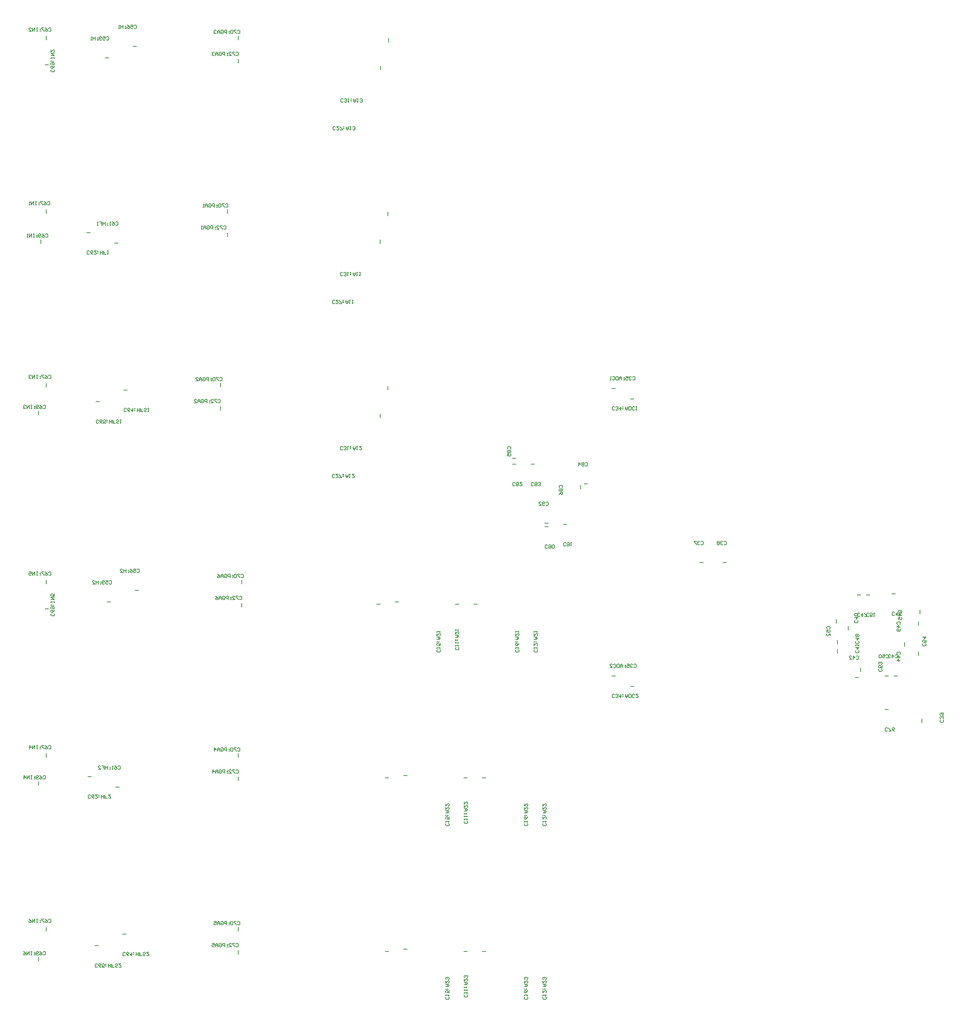
<source format=gbo>
%FSLAX24Y24*%
%MOIN*%
G70*
G01*
G75*
G04 Layer_Color=32896*
%ADD10R,0.0591X0.0906*%
%ADD11R,0.0787X0.0866*%
%ADD12R,0.0866X0.0787*%
%ADD13R,0.0394X0.0433*%
%ADD14R,0.0433X0.0394*%
%ADD15R,0.0236X0.0866*%
%ADD16O,0.0480X0.0169*%
%ADD17R,0.0480X0.0169*%
%ADD18R,0.0787X0.0472*%
%ADD19R,0.0512X0.0591*%
%ADD20R,0.0866X0.0236*%
%ADD21R,0.0866X0.0236*%
%ADD22R,0.0591X0.0512*%
%ADD23R,0.0630X0.0709*%
%ADD24R,0.0610X0.0236*%
%ADD25R,0.0409X0.0150*%
%ADD26O,0.0409X0.0150*%
%ADD27R,0.0709X0.0630*%
%ADD28R,0.0630X0.0118*%
%ADD29R,0.0630X0.0118*%
%ADD30R,0.1417X0.0315*%
%ADD31R,0.1240X0.1360*%
%ADD32R,0.0315X0.1417*%
%ADD33R,0.0610X0.0157*%
%ADD34R,0.0591X0.0138*%
%ADD35R,0.0571X0.0118*%
%ADD36R,0.0118X0.0630*%
%ADD37R,0.0807X0.0236*%
%ADD38R,0.0150X0.0600*%
%ADD39R,0.1010X0.0620*%
%ADD40R,0.2560X0.0360*%
%ADD41R,0.0775X0.0620*%
%ADD42C,0.0160*%
%ADD43C,0.0100*%
%ADD44C,0.0200*%
%ADD45C,0.0500*%
%ADD46C,0.0591*%
%ADD47R,0.0591X0.0591*%
%ADD48C,0.0866*%
%ADD49C,0.1575*%
%ADD50C,0.0700*%
%ADD51C,0.0750*%
%ADD52C,0.0500*%
%ADD53C,0.0200*%
%ADD54C,0.0350*%
%ADD55C,0.0250*%
%ADD56C,0.0098*%
%ADD57C,0.0070*%
%ADD58C,0.0079*%
%ADD59C,0.0039*%
%ADD60C,0.0080*%
%ADD61C,0.0280*%
D57*
X50833Y77300D02*
X50883Y77350D01*
X50983D01*
X51033Y77300D01*
Y77100D01*
X50983Y77050D01*
X50883D01*
X50833Y77100D01*
X50733Y77350D02*
X50533D01*
Y77300D01*
X50733Y77100D01*
Y77050D01*
X50233D02*
X50433D01*
X50233Y77250D01*
Y77300D01*
X50283Y77350D01*
X50383D01*
X50433Y77300D01*
X50133Y77250D02*
X50083D01*
Y77200D01*
X50133D01*
Y77250D01*
Y77100D02*
X50083D01*
Y77050D01*
X50133D01*
Y77100D01*
X49883Y77050D02*
Y77350D01*
X49733D01*
X49683Y77300D01*
Y77200D01*
X49733Y77150D01*
X49883D01*
X49383Y77300D02*
X49433Y77350D01*
X49533D01*
X49583Y77300D01*
Y77100D01*
X49533Y77050D01*
X49433D01*
X49383Y77100D01*
Y77200D01*
X49483D01*
X49283Y77050D02*
Y77250D01*
X49183Y77350D01*
X49083Y77250D01*
Y77050D01*
Y77200D01*
X49283D01*
X48783Y77350D02*
X48883Y77300D01*
X48983Y77200D01*
Y77100D01*
X48933Y77050D01*
X48833D01*
X48783Y77100D01*
Y77150D01*
X48833Y77200D01*
X48983D01*
X50533Y47300D02*
X50583Y47350D01*
X50683D01*
X50733Y47300D01*
Y47100D01*
X50683Y47050D01*
X50583D01*
X50533Y47100D01*
X50433Y47350D02*
X50233D01*
Y47300D01*
X50433Y47100D01*
Y47050D01*
X49933D02*
X50133D01*
X49933Y47250D01*
Y47300D01*
X49983Y47350D01*
X50083D01*
X50133Y47300D01*
X49833Y47250D02*
X49783D01*
Y47200D01*
X49833D01*
Y47250D01*
Y47100D02*
X49783D01*
Y47050D01*
X49833D01*
Y47100D01*
X49583Y47050D02*
Y47350D01*
X49433D01*
X49383Y47300D01*
Y47200D01*
X49433Y47150D01*
X49583D01*
X49083Y47300D02*
X49133Y47350D01*
X49233D01*
X49283Y47300D01*
Y47100D01*
X49233Y47050D01*
X49133D01*
X49083Y47100D01*
Y47200D01*
X49183D01*
X48983Y47050D02*
Y47250D01*
X48883Y47350D01*
X48783Y47250D01*
Y47050D01*
Y47200D01*
X48983D01*
X48483Y47350D02*
X48683D01*
Y47200D01*
X48583Y47250D01*
X48533D01*
X48483Y47200D01*
Y47100D01*
X48533Y47050D01*
X48633D01*
X48683Y47100D01*
X50533Y62300D02*
X50583Y62350D01*
X50683D01*
X50733Y62300D01*
Y62100D01*
X50683Y62050D01*
X50583D01*
X50533Y62100D01*
X50433Y62350D02*
X50233D01*
Y62300D01*
X50433Y62100D01*
Y62050D01*
X49933D02*
X50133D01*
X49933Y62250D01*
Y62300D01*
X49983Y62350D01*
X50083D01*
X50133Y62300D01*
X49833Y62250D02*
X49783D01*
Y62200D01*
X49833D01*
Y62250D01*
Y62100D02*
X49783D01*
Y62050D01*
X49833D01*
Y62100D01*
X49583Y62050D02*
Y62350D01*
X49433D01*
X49383Y62300D01*
Y62200D01*
X49433Y62150D01*
X49583D01*
X49083Y62300D02*
X49133Y62350D01*
X49233D01*
X49283Y62300D01*
Y62100D01*
X49233Y62050D01*
X49133D01*
X49083Y62100D01*
Y62200D01*
X49183D01*
X48983Y62050D02*
Y62250D01*
X48883Y62350D01*
X48783Y62250D01*
Y62050D01*
Y62200D01*
X48983D01*
X48533Y62050D02*
Y62350D01*
X48683Y62200D01*
X48483D01*
X48983Y94300D02*
X49033Y94350D01*
X49133D01*
X49183Y94300D01*
Y94100D01*
X49133Y94050D01*
X49033D01*
X48983Y94100D01*
X48883Y94350D02*
X48683D01*
Y94300D01*
X48883Y94100D01*
Y94050D01*
X48383D02*
X48583D01*
X48383Y94250D01*
Y94300D01*
X48433Y94350D01*
X48533D01*
X48583Y94300D01*
X48283Y94250D02*
X48233D01*
Y94200D01*
X48283D01*
Y94250D01*
Y94100D02*
X48233D01*
Y94050D01*
X48283D01*
Y94100D01*
X48033Y94050D02*
Y94350D01*
X47883D01*
X47833Y94300D01*
Y94200D01*
X47883Y94150D01*
X48033D01*
X47533Y94300D02*
X47583Y94350D01*
X47683D01*
X47733Y94300D01*
Y94100D01*
X47683Y94050D01*
X47583D01*
X47533Y94100D01*
Y94200D01*
X47633D01*
X47433Y94050D02*
Y94250D01*
X47333Y94350D01*
X47233Y94250D01*
Y94050D01*
Y94200D01*
X47433D01*
X46933Y94050D02*
X47133D01*
X46933Y94250D01*
Y94300D01*
X46983Y94350D01*
X47083D01*
X47133Y94300D01*
X49483Y109300D02*
X49533Y109350D01*
X49633D01*
X49683Y109300D01*
Y109100D01*
X49633Y109050D01*
X49533D01*
X49483Y109100D01*
X49383Y109350D02*
X49183D01*
Y109300D01*
X49383Y109100D01*
Y109050D01*
X48883D02*
X49083D01*
X48883Y109250D01*
Y109300D01*
X48933Y109350D01*
X49033D01*
X49083Y109300D01*
X48783Y109250D02*
X48733D01*
Y109200D01*
X48783D01*
Y109250D01*
Y109100D02*
X48733D01*
Y109050D01*
X48783D01*
Y109100D01*
X48533Y109050D02*
Y109350D01*
X48383D01*
X48333Y109300D01*
Y109200D01*
X48383Y109150D01*
X48533D01*
X48033Y109300D02*
X48083Y109350D01*
X48183D01*
X48233Y109300D01*
Y109100D01*
X48183Y109050D01*
X48083D01*
X48033Y109100D01*
Y109200D01*
X48133D01*
X47933Y109050D02*
Y109250D01*
X47833Y109350D01*
X47733Y109250D01*
Y109050D01*
Y109200D01*
X47933D01*
X47633Y109050D02*
X47533D01*
X47583D01*
Y109350D01*
X47633Y109300D01*
X50978Y79205D02*
X51028Y79255D01*
X51128D01*
X51178Y79205D01*
Y79005D01*
X51128Y78955D01*
X51028D01*
X50978Y79005D01*
X50878Y79255D02*
X50678D01*
Y79205D01*
X50878Y79005D01*
Y78955D01*
X50578Y79205D02*
X50528Y79255D01*
X50428D01*
X50378Y79205D01*
Y79005D01*
X50428Y78955D01*
X50528D01*
X50578Y79005D01*
Y79205D01*
X50278Y79155D02*
X50228D01*
Y79105D01*
X50278D01*
Y79155D01*
Y79005D02*
X50228D01*
Y78955D01*
X50278D01*
Y79005D01*
X50028Y78955D02*
Y79255D01*
X49878D01*
X49828Y79205D01*
Y79105D01*
X49878Y79055D01*
X50028D01*
X49528Y79205D02*
X49578Y79255D01*
X49678D01*
X49728Y79205D01*
Y79005D01*
X49678Y78955D01*
X49578D01*
X49528Y79005D01*
Y79105D01*
X49628D01*
X49428Y78955D02*
Y79155D01*
X49328Y79255D01*
X49228Y79155D01*
Y78955D01*
Y79105D01*
X49428D01*
X48928Y79255D02*
X49028Y79205D01*
X49128Y79105D01*
Y79005D01*
X49078Y78955D01*
X48978D01*
X48928Y79005D01*
Y79055D01*
X48978Y79105D01*
X49128D01*
X50678Y49205D02*
X50728Y49255D01*
X50828D01*
X50878Y49205D01*
Y49005D01*
X50828Y48955D01*
X50728D01*
X50678Y49005D01*
X50578Y49255D02*
X50378D01*
Y49205D01*
X50578Y49005D01*
Y48955D01*
X50278Y49205D02*
X50228Y49255D01*
X50128D01*
X50078Y49205D01*
Y49005D01*
X50128Y48955D01*
X50228D01*
X50278Y49005D01*
Y49205D01*
X49978Y49155D02*
X49928D01*
Y49105D01*
X49978D01*
Y49155D01*
Y49005D02*
X49928D01*
Y48955D01*
X49978D01*
Y49005D01*
X49728Y48955D02*
Y49255D01*
X49578D01*
X49528Y49205D01*
Y49105D01*
X49578Y49055D01*
X49728D01*
X49228Y49205D02*
X49278Y49255D01*
X49378D01*
X49428Y49205D01*
Y49005D01*
X49378Y48955D01*
X49278D01*
X49228Y49005D01*
Y49105D01*
X49328D01*
X49128Y48955D02*
Y49155D01*
X49028Y49255D01*
X48928Y49155D01*
Y48955D01*
Y49105D01*
X49128D01*
X48628Y49255D02*
X48828D01*
Y49105D01*
X48728Y49155D01*
X48678D01*
X48628Y49105D01*
Y49005D01*
X48678Y48955D01*
X48778D01*
X48828Y49005D01*
X50678Y64205D02*
X50728Y64255D01*
X50828D01*
X50878Y64205D01*
Y64005D01*
X50828Y63955D01*
X50728D01*
X50678Y64005D01*
X50578Y64255D02*
X50378D01*
Y64205D01*
X50578Y64005D01*
Y63955D01*
X50278Y64205D02*
X50228Y64255D01*
X50128D01*
X50078Y64205D01*
Y64005D01*
X50128Y63955D01*
X50228D01*
X50278Y64005D01*
Y64205D01*
X49978Y64155D02*
X49928D01*
Y64105D01*
X49978D01*
Y64155D01*
Y64005D02*
X49928D01*
Y63955D01*
X49978D01*
Y64005D01*
X49728Y63955D02*
Y64255D01*
X49578D01*
X49528Y64205D01*
Y64105D01*
X49578Y64055D01*
X49728D01*
X49228Y64205D02*
X49278Y64255D01*
X49378D01*
X49428Y64205D01*
Y64005D01*
X49378Y63955D01*
X49278D01*
X49228Y64005D01*
Y64105D01*
X49328D01*
X49128Y63955D02*
Y64155D01*
X49028Y64255D01*
X48928Y64155D01*
Y63955D01*
Y64105D01*
X49128D01*
X48678Y63955D02*
Y64255D01*
X48828Y64105D01*
X48628D01*
X49128Y96205D02*
X49178Y96255D01*
X49278D01*
X49328Y96205D01*
Y96005D01*
X49278Y95955D01*
X49178D01*
X49128Y96005D01*
X49028Y96255D02*
X48828D01*
Y96205D01*
X49028Y96005D01*
Y95955D01*
X48728Y96205D02*
X48678Y96255D01*
X48578D01*
X48528Y96205D01*
Y96005D01*
X48578Y95955D01*
X48678D01*
X48728Y96005D01*
Y96205D01*
X48428Y96155D02*
X48378D01*
Y96105D01*
X48428D01*
Y96155D01*
Y96005D02*
X48378D01*
Y95955D01*
X48428D01*
Y96005D01*
X48178Y95955D02*
Y96255D01*
X48028D01*
X47978Y96205D01*
Y96105D01*
X48028Y96055D01*
X48178D01*
X47678Y96205D02*
X47728Y96255D01*
X47828D01*
X47878Y96205D01*
Y96005D01*
X47828Y95955D01*
X47728D01*
X47678Y96005D01*
Y96105D01*
X47778D01*
X47578Y95955D02*
Y96155D01*
X47478Y96255D01*
X47378Y96155D01*
Y95955D01*
Y96105D01*
X47578D01*
X47078Y95955D02*
X47278D01*
X47078Y96155D01*
Y96205D01*
X47128Y96255D01*
X47228D01*
X47278Y96205D01*
X49628Y111205D02*
X49678Y111255D01*
X49778D01*
X49828Y111205D01*
Y111005D01*
X49778Y110955D01*
X49678D01*
X49628Y111005D01*
X49528Y111255D02*
X49328D01*
Y111205D01*
X49528Y111005D01*
Y110955D01*
X49228Y111205D02*
X49178Y111255D01*
X49078D01*
X49028Y111205D01*
Y111005D01*
X49078Y110955D01*
X49178D01*
X49228Y111005D01*
Y111205D01*
X48928Y111155D02*
X48878D01*
Y111105D01*
X48928D01*
Y111155D01*
Y111005D02*
X48878D01*
Y110955D01*
X48928D01*
Y111005D01*
X48678Y110955D02*
Y111255D01*
X48528D01*
X48478Y111205D01*
Y111105D01*
X48528Y111055D01*
X48678D01*
X48178Y111205D02*
X48228Y111255D01*
X48328D01*
X48378Y111205D01*
Y111005D01*
X48328Y110955D01*
X48228D01*
X48178Y111005D01*
Y111105D01*
X48278D01*
X48078Y110955D02*
Y111155D01*
X47978Y111255D01*
X47878Y111155D01*
Y110955D01*
Y111105D01*
X48078D01*
X47778Y110955D02*
X47678D01*
X47728D01*
Y111255D01*
X47778Y111205D01*
X33868Y46600D02*
X33918Y46650D01*
X34018D01*
X34067Y46600D01*
Y46400D01*
X34018Y46350D01*
X33918D01*
X33868Y46400D01*
X33568Y46650D02*
X33668Y46600D01*
X33768Y46500D01*
Y46400D01*
X33718Y46350D01*
X33618D01*
X33568Y46400D01*
Y46450D01*
X33618Y46500D01*
X33768D01*
X33468Y46400D02*
X33418Y46350D01*
X33318D01*
X33268Y46400D01*
Y46600D01*
X33318Y46650D01*
X33418D01*
X33468Y46600D01*
Y46550D01*
X33418Y46500D01*
X33268D01*
X33168Y46550D02*
X33118D01*
Y46500D01*
X33168D01*
Y46550D01*
Y46400D02*
X33118D01*
Y46350D01*
X33168D01*
Y46400D01*
X32918Y46650D02*
X32818D01*
X32868D01*
Y46350D01*
X32918D01*
X32818D01*
X32668D02*
Y46650D01*
X32468Y46350D01*
Y46650D01*
X32168D02*
X32268Y46600D01*
X32368Y46500D01*
Y46400D01*
X32318Y46350D01*
X32218D01*
X32168Y46400D01*
Y46450D01*
X32218Y46500D01*
X32368D01*
X34800Y75850D02*
X34850Y75800D01*
Y75700D01*
X34800Y75650D01*
X34600D01*
X34550Y75700D01*
Y75800D01*
X34600Y75850D01*
X34850Y76150D02*
X34800Y76050D01*
X34700Y75950D01*
X34600D01*
X34550Y76000D01*
Y76100D01*
X34600Y76150D01*
X34650D01*
X34700Y76100D01*
Y75950D01*
X34600Y76250D02*
X34550Y76300D01*
Y76400D01*
X34600Y76450D01*
X34800D01*
X34850Y76400D01*
Y76300D01*
X34800Y76250D01*
X34750D01*
X34700Y76300D01*
Y76450D01*
X34750Y76550D02*
Y76600D01*
X34700D01*
Y76550D01*
X34750D01*
X34600D02*
Y76600D01*
X34550D01*
Y76550D01*
X34600D01*
X34850Y76800D02*
Y76900D01*
Y76850D01*
X34550D01*
Y76800D01*
Y76900D01*
Y77050D02*
X34850D01*
X34550Y77249D01*
X34850D01*
Y77549D02*
Y77349D01*
X34700D01*
X34750Y77449D01*
Y77499D01*
X34700Y77549D01*
X34600D01*
X34550Y77499D01*
Y77399D01*
X34600Y77349D01*
X33868Y61800D02*
X33918Y61850D01*
X34018D01*
X34067Y61800D01*
Y61600D01*
X34018Y61550D01*
X33918D01*
X33868Y61600D01*
X33568Y61850D02*
X33668Y61800D01*
X33768Y61700D01*
Y61600D01*
X33718Y61550D01*
X33618D01*
X33568Y61600D01*
Y61650D01*
X33618Y61700D01*
X33768D01*
X33468Y61600D02*
X33418Y61550D01*
X33318D01*
X33268Y61600D01*
Y61800D01*
X33318Y61850D01*
X33418D01*
X33468Y61800D01*
Y61750D01*
X33418Y61700D01*
X33268D01*
X33168Y61750D02*
X33118D01*
Y61700D01*
X33168D01*
Y61750D01*
Y61600D02*
X33118D01*
Y61550D01*
X33168D01*
Y61600D01*
X32918Y61850D02*
X32818D01*
X32868D01*
Y61550D01*
X32918D01*
X32818D01*
X32668D02*
Y61850D01*
X32468Y61550D01*
Y61850D01*
X32218Y61550D02*
Y61850D01*
X32368Y61700D01*
X32168D01*
X33868Y93800D02*
X33918Y93850D01*
X34018D01*
X34067Y93800D01*
Y93600D01*
X34018Y93550D01*
X33918D01*
X33868Y93600D01*
X33568Y93850D02*
X33668Y93800D01*
X33768Y93700D01*
Y93600D01*
X33718Y93550D01*
X33618D01*
X33568Y93600D01*
Y93650D01*
X33618Y93700D01*
X33768D01*
X33468Y93600D02*
X33418Y93550D01*
X33318D01*
X33268Y93600D01*
Y93800D01*
X33318Y93850D01*
X33418D01*
X33468Y93800D01*
Y93750D01*
X33418Y93700D01*
X33268D01*
X33168Y93750D02*
X33118D01*
Y93700D01*
X33168D01*
Y93750D01*
Y93600D02*
X33118D01*
Y93550D01*
X33168D01*
Y93600D01*
X32918Y93850D02*
X32818D01*
X32868D01*
Y93550D01*
X32918D01*
X32818D01*
X32668D02*
Y93850D01*
X32468Y93550D01*
Y93850D01*
X32368Y93800D02*
X32318Y93850D01*
X32218D01*
X32168Y93800D01*
Y93750D01*
X32218Y93700D01*
X32268D01*
X32218D01*
X32168Y93650D01*
Y93600D01*
X32218Y93550D01*
X32318D01*
X32368Y93600D01*
X34068Y108600D02*
X34118Y108650D01*
X34218D01*
X34267Y108600D01*
Y108400D01*
X34218Y108350D01*
X34118D01*
X34068Y108400D01*
X33768Y108650D02*
X33868Y108600D01*
X33968Y108500D01*
Y108400D01*
X33918Y108350D01*
X33818D01*
X33768Y108400D01*
Y108450D01*
X33818Y108500D01*
X33968D01*
X33668Y108400D02*
X33618Y108350D01*
X33518D01*
X33468Y108400D01*
Y108600D01*
X33518Y108650D01*
X33618D01*
X33668Y108600D01*
Y108550D01*
X33618Y108500D01*
X33468D01*
X33368Y108550D02*
X33318D01*
Y108500D01*
X33368D01*
Y108550D01*
Y108400D02*
X33318D01*
Y108350D01*
X33368D01*
Y108400D01*
X33118Y108650D02*
X33018D01*
X33068D01*
Y108350D01*
X33118D01*
X33018D01*
X32868D02*
Y108650D01*
X32668Y108350D01*
Y108650D01*
X32568Y108350D02*
X32468D01*
X32518D01*
Y108650D01*
X32568Y108600D01*
X34350Y49400D02*
X34400Y49450D01*
X34500D01*
X34550Y49400D01*
Y49200D01*
X34500Y49150D01*
X34400D01*
X34350Y49200D01*
X34050Y49450D02*
X34150Y49400D01*
X34250Y49300D01*
Y49200D01*
X34200Y49150D01*
X34100D01*
X34050Y49200D01*
Y49250D01*
X34100Y49300D01*
X34250D01*
X33950Y49450D02*
X33750D01*
Y49400D01*
X33950Y49200D01*
Y49150D01*
X33650Y49350D02*
X33600D01*
Y49300D01*
X33650D01*
Y49350D01*
Y49200D02*
X33600D01*
Y49150D01*
X33650D01*
Y49200D01*
X33400Y49450D02*
X33300D01*
X33350D01*
Y49150D01*
X33400D01*
X33300D01*
X33150D02*
Y49450D01*
X32951Y49150D01*
Y49450D01*
X32651D02*
X32751Y49400D01*
X32851Y49300D01*
Y49200D01*
X32801Y49150D01*
X32701D01*
X32651Y49200D01*
Y49250D01*
X32701Y49300D01*
X32851D01*
X34350Y79400D02*
X34400Y79450D01*
X34500D01*
X34550Y79400D01*
Y79200D01*
X34500Y79150D01*
X34400D01*
X34350Y79200D01*
X34050Y79450D02*
X34150Y79400D01*
X34250Y79300D01*
Y79200D01*
X34200Y79150D01*
X34100D01*
X34050Y79200D01*
Y79250D01*
X34100Y79300D01*
X34250D01*
X33950Y79450D02*
X33750D01*
Y79400D01*
X33950Y79200D01*
Y79150D01*
X33650Y79350D02*
X33600D01*
Y79300D01*
X33650D01*
Y79350D01*
Y79200D02*
X33600D01*
Y79150D01*
X33650D01*
Y79200D01*
X33400Y79450D02*
X33300D01*
X33350D01*
Y79150D01*
X33400D01*
X33300D01*
X33150D02*
Y79450D01*
X32951Y79150D01*
Y79450D01*
X32651D02*
X32851D01*
Y79300D01*
X32751Y79350D01*
X32701D01*
X32651Y79300D01*
Y79200D01*
X32701Y79150D01*
X32801D01*
X32851Y79200D01*
X34350Y64400D02*
X34400Y64450D01*
X34500D01*
X34550Y64400D01*
Y64200D01*
X34500Y64150D01*
X34400D01*
X34350Y64200D01*
X34050Y64450D02*
X34150Y64400D01*
X34250Y64300D01*
Y64200D01*
X34200Y64150D01*
X34100D01*
X34050Y64200D01*
Y64250D01*
X34100Y64300D01*
X34250D01*
X33950Y64450D02*
X33750D01*
Y64400D01*
X33950Y64200D01*
Y64150D01*
X33650Y64350D02*
X33600D01*
Y64300D01*
X33650D01*
Y64350D01*
Y64200D02*
X33600D01*
Y64150D01*
X33650D01*
Y64200D01*
X33400Y64450D02*
X33300D01*
X33350D01*
Y64150D01*
X33400D01*
X33300D01*
X33150D02*
Y64450D01*
X32951Y64150D01*
Y64450D01*
X32701Y64150D02*
Y64450D01*
X32851Y64300D01*
X32651D01*
X34350Y96400D02*
X34400Y96450D01*
X34500D01*
X34550Y96400D01*
Y96200D01*
X34500Y96150D01*
X34400D01*
X34350Y96200D01*
X34050Y96450D02*
X34150Y96400D01*
X34250Y96300D01*
Y96200D01*
X34200Y96150D01*
X34100D01*
X34050Y96200D01*
Y96250D01*
X34100Y96300D01*
X34250D01*
X33950Y96450D02*
X33750D01*
Y96400D01*
X33950Y96200D01*
Y96150D01*
X33650Y96350D02*
X33600D01*
Y96300D01*
X33650D01*
Y96350D01*
Y96200D02*
X33600D01*
Y96150D01*
X33650D01*
Y96200D01*
X33400Y96450D02*
X33300D01*
X33350D01*
Y96150D01*
X33400D01*
X33300D01*
X33150D02*
Y96450D01*
X32951Y96150D01*
Y96450D01*
X32851Y96400D02*
X32801Y96450D01*
X32701D01*
X32651Y96400D01*
Y96350D01*
X32701Y96300D01*
X32751D01*
X32701D01*
X32651Y96250D01*
Y96200D01*
X32701Y96150D01*
X32801D01*
X32851Y96200D01*
X34250Y111400D02*
X34300Y111450D01*
X34400D01*
X34450Y111400D01*
Y111200D01*
X34400Y111150D01*
X34300D01*
X34250Y111200D01*
X33950Y111450D02*
X34050Y111400D01*
X34150Y111300D01*
Y111200D01*
X34100Y111150D01*
X34000D01*
X33950Y111200D01*
Y111250D01*
X34000Y111300D01*
X34150D01*
X33850Y111450D02*
X33650D01*
Y111400D01*
X33850Y111200D01*
Y111150D01*
X33550Y111350D02*
X33500D01*
Y111300D01*
X33550D01*
Y111350D01*
Y111200D02*
X33500D01*
Y111150D01*
X33550D01*
Y111200D01*
X33300Y111450D02*
X33200D01*
X33250D01*
Y111150D01*
X33300D01*
X33200D01*
X33050D02*
Y111450D01*
X32851Y111150D01*
Y111450D01*
X32751Y111150D02*
X32651D01*
X32701D01*
Y111450D01*
X32751Y111400D01*
X38565Y45338D02*
X38515Y45288D01*
X38415D01*
X38365Y45338D01*
Y45538D01*
X38415Y45588D01*
X38515D01*
X38565Y45538D01*
X38865Y45288D02*
X38765Y45338D01*
X38665Y45438D01*
Y45538D01*
X38715Y45588D01*
X38815D01*
X38865Y45538D01*
Y45488D01*
X38815Y45438D01*
X38665D01*
X39165Y45288D02*
X38965D01*
Y45438D01*
X39065Y45388D01*
X39115D01*
X39165Y45438D01*
Y45538D01*
X39115Y45588D01*
X39015D01*
X38965Y45538D01*
X39265Y45388D02*
X39315D01*
Y45438D01*
X39265D01*
Y45388D01*
Y45538D02*
X39315D01*
Y45588D01*
X39265D01*
Y45538D01*
X39515Y45288D02*
Y45588D01*
Y45438D01*
X39715D01*
Y45288D01*
Y45588D01*
X40014Y45288D02*
X39815D01*
Y45438D01*
X39915D01*
X39815D01*
Y45588D01*
X40314Y45338D02*
X40264Y45288D01*
X40164D01*
X40114Y45338D01*
Y45388D01*
X40164Y45438D01*
X40264D01*
X40314Y45488D01*
Y45538D01*
X40264Y45588D01*
X40164D01*
X40114Y45538D01*
X40614Y45588D02*
X40414D01*
X40614Y45388D01*
Y45338D01*
X40564Y45288D01*
X40464D01*
X40414Y45338D01*
X38665Y92338D02*
X38615Y92288D01*
X38515D01*
X38465Y92338D01*
Y92538D01*
X38515Y92588D01*
X38615D01*
X38665Y92538D01*
X38965Y92288D02*
X38865Y92338D01*
X38765Y92438D01*
Y92538D01*
X38815Y92588D01*
X38915D01*
X38965Y92538D01*
Y92488D01*
X38915Y92438D01*
X38765D01*
X39265Y92288D02*
X39065D01*
Y92438D01*
X39165Y92388D01*
X39215D01*
X39265Y92438D01*
Y92538D01*
X39215Y92588D01*
X39115D01*
X39065Y92538D01*
X39365Y92388D02*
X39415D01*
Y92438D01*
X39365D01*
Y92388D01*
Y92538D02*
X39415D01*
Y92588D01*
X39365D01*
Y92538D01*
X39615Y92288D02*
Y92588D01*
Y92438D01*
X39815D01*
Y92288D01*
Y92588D01*
X40114Y92288D02*
X39915D01*
Y92438D01*
X40015D01*
X39915D01*
Y92588D01*
X40414Y92338D02*
X40364Y92288D01*
X40264D01*
X40214Y92338D01*
Y92388D01*
X40264Y92438D01*
X40364D01*
X40414Y92488D01*
Y92538D01*
X40364Y92588D01*
X40264D01*
X40214Y92538D01*
X40514Y92588D02*
X40614D01*
X40564D01*
Y92288D01*
X40514Y92338D01*
X40965Y46338D02*
X40915Y46288D01*
X40815D01*
X40765Y46338D01*
Y46538D01*
X40815Y46588D01*
X40915D01*
X40965Y46538D01*
X41265Y46288D02*
X41165Y46338D01*
X41065Y46438D01*
Y46538D01*
X41115Y46588D01*
X41215D01*
X41265Y46538D01*
Y46488D01*
X41215Y46438D01*
X41065D01*
X41515Y46588D02*
Y46288D01*
X41365Y46438D01*
X41565D01*
X41665Y46388D02*
X41715D01*
Y46438D01*
X41665D01*
Y46388D01*
Y46538D02*
X41715D01*
Y46588D01*
X41665D01*
Y46538D01*
X41915Y46288D02*
Y46588D01*
Y46438D01*
X42115D01*
Y46288D01*
Y46588D01*
X42414Y46288D02*
X42215D01*
Y46438D01*
X42315D01*
X42215D01*
Y46588D01*
X42714Y46338D02*
X42664Y46288D01*
X42564D01*
X42514Y46338D01*
Y46388D01*
X42564Y46438D01*
X42664D01*
X42714Y46488D01*
Y46538D01*
X42664Y46588D01*
X42564D01*
X42514Y46538D01*
X43014Y46588D02*
X42814D01*
X43014Y46388D01*
Y46338D01*
X42964Y46288D01*
X42864D01*
X42814Y46338D01*
X41065Y93338D02*
X41015Y93288D01*
X40915D01*
X40865Y93338D01*
Y93538D01*
X40915Y93588D01*
X41015D01*
X41065Y93538D01*
X41365Y93288D02*
X41265Y93338D01*
X41165Y93438D01*
Y93538D01*
X41215Y93588D01*
X41315D01*
X41365Y93538D01*
Y93488D01*
X41315Y93438D01*
X41165D01*
X41615Y93588D02*
Y93288D01*
X41465Y93438D01*
X41665D01*
X41765Y93388D02*
X41815D01*
Y93438D01*
X41765D01*
Y93388D01*
Y93538D02*
X41815D01*
Y93588D01*
X41765D01*
Y93538D01*
X42015Y93288D02*
Y93588D01*
Y93438D01*
X42215D01*
Y93288D01*
Y93588D01*
X42514Y93288D02*
X42315D01*
Y93438D01*
X42414D01*
X42315D01*
Y93588D01*
X42814Y93338D02*
X42764Y93288D01*
X42664D01*
X42614Y93338D01*
Y93388D01*
X42664Y93438D01*
X42764D01*
X42814Y93488D01*
Y93538D01*
X42764Y93588D01*
X42664D01*
X42614Y93538D01*
X42914Y93588D02*
X43014D01*
X42964D01*
Y93288D01*
X42914Y93338D01*
X37965Y59938D02*
X37915Y59888D01*
X37815D01*
X37765Y59938D01*
Y60138D01*
X37815Y60188D01*
X37915D01*
X37965Y60138D01*
X38265Y59888D02*
X38165Y59938D01*
X38065Y60038D01*
Y60138D01*
X38115Y60188D01*
X38215D01*
X38265Y60138D01*
Y60088D01*
X38215Y60038D01*
X38065D01*
X38565Y60188D02*
X38365D01*
X38565Y59988D01*
Y59938D01*
X38515Y59888D01*
X38415D01*
X38365Y59938D01*
X38665Y59988D02*
X38715D01*
Y60038D01*
X38665D01*
Y59988D01*
Y60138D02*
X38715D01*
Y60188D01*
X38665D01*
Y60138D01*
X38915Y59888D02*
Y60188D01*
Y60038D01*
X39115D01*
Y59888D01*
Y60188D01*
X39414Y59888D02*
X39215D01*
Y60038D01*
X39314D01*
X39215D01*
Y60188D01*
X39714D02*
X39514D01*
X39714Y59988D01*
Y59938D01*
X39664Y59888D01*
X39564D01*
X39514Y59938D01*
X37865Y106938D02*
X37815Y106888D01*
X37715D01*
X37665Y106938D01*
Y107138D01*
X37715Y107188D01*
X37815D01*
X37865Y107138D01*
X38165Y106888D02*
X38065Y106938D01*
X37965Y107038D01*
Y107138D01*
X38015Y107188D01*
X38115D01*
X38165Y107138D01*
Y107088D01*
X38115Y107038D01*
X37965D01*
X38465Y107188D02*
X38265D01*
X38465Y106988D01*
Y106938D01*
X38415Y106888D01*
X38315D01*
X38265Y106938D01*
X38565Y106988D02*
X38615D01*
Y107038D01*
X38565D01*
Y106988D01*
Y107138D02*
X38615D01*
Y107188D01*
X38565D01*
Y107138D01*
X38815Y106888D02*
Y107188D01*
Y107038D01*
X39015D01*
Y106888D01*
Y107188D01*
X39314Y106888D02*
X39115D01*
Y107038D01*
X39214D01*
X39115D01*
Y107188D01*
X39414D02*
X39514D01*
X39464D01*
Y106888D01*
X39414Y106938D01*
X40335Y62662D02*
X40385Y62712D01*
X40485D01*
X40535Y62662D01*
Y62462D01*
X40485Y62412D01*
X40385D01*
X40335Y62462D01*
X40035Y62712D02*
X40135Y62662D01*
X40235Y62562D01*
Y62462D01*
X40185Y62412D01*
X40085D01*
X40035Y62462D01*
Y62512D01*
X40085Y62562D01*
X40235D01*
X39935Y62412D02*
X39835D01*
X39885D01*
Y62712D01*
X39935Y62662D01*
X39685Y62612D02*
X39635D01*
Y62562D01*
X39685D01*
Y62612D01*
Y62462D02*
X39635D01*
Y62412D01*
X39685D01*
Y62462D01*
X39435Y62712D02*
Y62412D01*
Y62562D01*
X39235D01*
Y62712D01*
Y62412D01*
X38935Y62712D02*
X39135D01*
Y62562D01*
X39035D01*
X39135D01*
Y62412D01*
X38636D02*
X38836D01*
X38636Y62612D01*
Y62662D01*
X38686Y62712D01*
X38786D01*
X38836Y62662D01*
X40135Y109662D02*
X40185Y109712D01*
X40285D01*
X40335Y109662D01*
Y109462D01*
X40285Y109412D01*
X40185D01*
X40135Y109462D01*
X39835Y109712D02*
X39935Y109662D01*
X40035Y109562D01*
Y109462D01*
X39985Y109412D01*
X39885D01*
X39835Y109462D01*
Y109512D01*
X39885Y109562D01*
X40035D01*
X39735Y109412D02*
X39635D01*
X39685D01*
Y109712D01*
X39735Y109662D01*
X39485Y109612D02*
X39435D01*
Y109562D01*
X39485D01*
Y109612D01*
Y109462D02*
X39435D01*
Y109412D01*
X39485D01*
Y109462D01*
X39235Y109712D02*
Y109412D01*
Y109562D01*
X39035D01*
Y109712D01*
Y109412D01*
X38736Y109712D02*
X38935D01*
Y109562D01*
X38835D01*
X38935D01*
Y109412D01*
X38636D02*
X38536D01*
X38586D01*
Y109712D01*
X38636Y109662D01*
X39585Y78662D02*
X39635Y78712D01*
X39735D01*
X39785Y78662D01*
Y78462D01*
X39735Y78412D01*
X39635D01*
X39585Y78462D01*
X39285Y78712D02*
X39485D01*
Y78562D01*
X39385Y78612D01*
X39335D01*
X39285Y78562D01*
Y78462D01*
X39335Y78412D01*
X39435D01*
X39485Y78462D01*
X39185D02*
X39135Y78412D01*
X39035D01*
X38985Y78462D01*
Y78662D01*
X39035Y78712D01*
X39135D01*
X39185Y78662D01*
Y78612D01*
X39135Y78562D01*
X38985D01*
X38885Y78612D02*
X38835D01*
Y78562D01*
X38885D01*
Y78612D01*
Y78462D02*
X38835D01*
Y78412D01*
X38885D01*
Y78462D01*
X38635Y78712D02*
Y78412D01*
Y78562D01*
X38435D01*
Y78712D01*
Y78412D01*
X38135D02*
X38335D01*
X38135Y78612D01*
Y78662D01*
X38185Y78712D01*
X38285D01*
X38335Y78662D01*
X41985Y79662D02*
X42035Y79712D01*
X42135D01*
X42185Y79662D01*
Y79462D01*
X42135Y79412D01*
X42035D01*
X41985Y79462D01*
X41685Y79712D02*
X41885D01*
Y79562D01*
X41785Y79612D01*
X41735D01*
X41685Y79562D01*
Y79462D01*
X41735Y79412D01*
X41835D01*
X41885Y79462D01*
X41385Y79712D02*
X41485Y79662D01*
X41585Y79562D01*
Y79462D01*
X41535Y79412D01*
X41435D01*
X41385Y79462D01*
Y79512D01*
X41435Y79562D01*
X41585D01*
X41285Y79612D02*
X41235D01*
Y79562D01*
X41285D01*
Y79612D01*
Y79462D02*
X41235D01*
Y79412D01*
X41285D01*
Y79462D01*
X41035Y79712D02*
Y79412D01*
Y79562D01*
X40835D01*
Y79712D01*
Y79412D01*
X40535D02*
X40735D01*
X40535Y79612D01*
Y79662D01*
X40585Y79712D01*
X40685D01*
X40735Y79662D01*
X110145Y73265D02*
X110195Y73215D01*
Y73115D01*
X110145Y73065D01*
X109945D01*
X109895Y73115D01*
Y73215D01*
X109945Y73265D01*
X110195Y73565D02*
Y73365D01*
X110045D01*
X110095Y73465D01*
Y73515D01*
X110045Y73565D01*
X109945D01*
X109895Y73515D01*
Y73415D01*
X109945Y73365D01*
X109895Y73815D02*
X110195D01*
X110045Y73665D01*
Y73865D01*
X106345Y71065D02*
X106395Y71015D01*
Y70915D01*
X106345Y70865D01*
X106145D01*
X106095Y70915D01*
Y71015D01*
X106145Y71065D01*
X106395Y71365D02*
Y71165D01*
X106245D01*
X106295Y71265D01*
Y71315D01*
X106245Y71365D01*
X106145D01*
X106095Y71315D01*
Y71215D01*
X106145Y71165D01*
X106345Y71465D02*
X106395Y71515D01*
Y71615D01*
X106345Y71665D01*
X106295D01*
X106245Y71615D01*
Y71565D01*
Y71615D01*
X106195Y71665D01*
X106145D01*
X106095Y71615D01*
Y71515D01*
X106145Y71465D01*
X101655Y74535D02*
X101605Y74585D01*
Y74685D01*
X101655Y74735D01*
X101855D01*
X101905Y74685D01*
Y74585D01*
X101855Y74535D01*
X101605Y74235D02*
Y74435D01*
X101755D01*
X101705Y74335D01*
Y74285D01*
X101755Y74235D01*
X101855D01*
X101905Y74285D01*
Y74385D01*
X101855Y74435D01*
X101905Y73935D02*
Y74135D01*
X101705Y73935D01*
X101655D01*
X101605Y73985D01*
Y74085D01*
X101655Y74135D01*
X105265Y75655D02*
X105215Y75605D01*
X105115D01*
X105065Y75655D01*
Y75855D01*
X105115Y75905D01*
X105215D01*
X105265Y75855D01*
X105565Y75605D02*
X105365D01*
Y75755D01*
X105465Y75705D01*
X105515D01*
X105565Y75755D01*
Y75855D01*
X105515Y75905D01*
X105415D01*
X105365Y75855D01*
X105665Y75905D02*
X105765D01*
X105715D01*
Y75605D01*
X105665Y75655D01*
X106735Y72262D02*
X106785Y72312D01*
X106885D01*
X106935Y72262D01*
Y72062D01*
X106885Y72013D01*
X106785D01*
X106735Y72062D01*
X106435Y72312D02*
X106635D01*
Y72162D01*
X106535Y72212D01*
X106485D01*
X106435Y72162D01*
Y72062D01*
X106485Y72013D01*
X106585D01*
X106635Y72062D01*
X106335Y72262D02*
X106285Y72312D01*
X106185D01*
X106135Y72262D01*
Y72062D01*
X106185Y72013D01*
X106285D01*
X106335Y72062D01*
Y72262D01*
X107738Y74935D02*
X107688Y74985D01*
Y75085D01*
X107738Y75135D01*
X107938D01*
X107987Y75085D01*
Y74985D01*
X107938Y74935D01*
X107987Y74685D02*
X107688D01*
X107838Y74835D01*
Y74635D01*
X107938Y74535D02*
X107987Y74485D01*
Y74385D01*
X107938Y74335D01*
X107738D01*
X107688Y74385D01*
Y74485D01*
X107738Y74535D01*
X107788D01*
X107838Y74485D01*
Y74335D01*
X104465Y75655D02*
X104415Y75605D01*
X104315D01*
X104265Y75655D01*
Y75855D01*
X104315Y75905D01*
X104415D01*
X104465Y75855D01*
X104715Y75905D02*
Y75605D01*
X104565Y75755D01*
X104765D01*
X104865Y75605D02*
X105065D01*
Y75655D01*
X104865Y75855D01*
Y75905D01*
X107465Y75738D02*
X107415Y75688D01*
X107315D01*
X107265Y75738D01*
Y75938D01*
X107315Y75988D01*
X107415D01*
X107465Y75938D01*
X107715Y75988D02*
Y75688D01*
X107565Y75838D01*
X107765D01*
X108065Y75688D02*
X107965Y75738D01*
X107865Y75838D01*
Y75938D01*
X107915Y75988D01*
X108015D01*
X108065Y75938D01*
Y75888D01*
X108015Y75838D01*
X107865D01*
X107855Y75935D02*
X107805Y75985D01*
Y76085D01*
X107855Y76135D01*
X108055D01*
X108105Y76085D01*
Y75985D01*
X108055Y75935D01*
X108105Y75685D02*
X107805D01*
X107955Y75835D01*
Y75635D01*
X107805Y75335D02*
Y75535D01*
X107955D01*
X107905Y75435D01*
Y75385D01*
X107955Y75335D01*
X108055D01*
X108105Y75385D01*
Y75485D01*
X108055Y75535D01*
X107738Y72335D02*
X107688Y72385D01*
Y72485D01*
X107738Y72535D01*
X107938D01*
X107987Y72485D01*
Y72385D01*
X107938Y72335D01*
X107987Y72085D02*
X107688D01*
X107838Y72235D01*
Y72035D01*
X107987Y71785D02*
X107688D01*
X107838Y71935D01*
Y71735D01*
X107535Y72262D02*
X107585Y72312D01*
X107685D01*
X107735Y72262D01*
Y72062D01*
X107685Y72013D01*
X107585D01*
X107535Y72062D01*
X107285Y72013D02*
Y72312D01*
X107435Y72162D01*
X107235D01*
X107135Y72262D02*
X107085Y72312D01*
X106985D01*
X106935Y72262D01*
Y72212D01*
X106985Y72162D01*
X107035D01*
X106985D01*
X106935Y72112D01*
Y72062D01*
X106985Y72013D01*
X107085D01*
X107135Y72062D01*
X104163Y72153D02*
X104213Y72203D01*
X104313D01*
X104363Y72153D01*
Y71953D01*
X104313Y71903D01*
X104213D01*
X104163Y71953D01*
X103913Y71903D02*
Y72203D01*
X104063Y72053D01*
X103863D01*
X103564Y71903D02*
X103764D01*
X103564Y72103D01*
Y72153D01*
X103614Y72203D01*
X103714D01*
X103764Y72153D01*
X104345Y72665D02*
X104395Y72615D01*
Y72515D01*
X104345Y72465D01*
X104145D01*
X104095Y72515D01*
Y72615D01*
X104145Y72665D01*
X104095Y72915D02*
X104395D01*
X104245Y72765D01*
Y72965D01*
X104095Y73065D02*
Y73165D01*
Y73115D01*
X104395D01*
X104345Y73065D01*
X104262Y75265D02*
X104312Y75215D01*
Y75115D01*
X104262Y75065D01*
X104062D01*
X104012Y75115D01*
Y75215D01*
X104062Y75265D01*
X104012Y75515D02*
X104312D01*
X104162Y75365D01*
Y75565D01*
X104262Y75665D02*
X104312Y75715D01*
Y75815D01*
X104262Y75865D01*
X104062D01*
X104012Y75815D01*
Y75715D01*
X104062Y75665D01*
X104262D01*
X92735Y82062D02*
X92785Y82112D01*
X92885D01*
X92935Y82062D01*
Y81862D01*
X92885Y81812D01*
X92785D01*
X92735Y81862D01*
X92635Y82062D02*
X92585Y82112D01*
X92485D01*
X92435Y82062D01*
Y82012D01*
X92485Y81962D01*
X92535D01*
X92485D01*
X92435Y81912D01*
Y81862D01*
X92485Y81812D01*
X92585D01*
X92635Y81862D01*
X92335Y82062D02*
X92285Y82112D01*
X92185D01*
X92135Y82062D01*
Y82012D01*
X92185Y81962D01*
X92135Y81912D01*
Y81862D01*
X92185Y81812D01*
X92285D01*
X92335Y81862D01*
Y81912D01*
X92285Y81962D01*
X92335Y82012D01*
Y82062D01*
X92285Y81962D02*
X92185D01*
X90735Y82062D02*
X90785Y82112D01*
X90885D01*
X90935Y82062D01*
Y81862D01*
X90885Y81812D01*
X90785D01*
X90735Y81862D01*
X90635Y82062D02*
X90585Y82112D01*
X90485D01*
X90435Y82062D01*
Y82012D01*
X90485Y81962D01*
X90535D01*
X90485D01*
X90435Y81912D01*
Y81862D01*
X90485Y81812D01*
X90585D01*
X90635Y81862D01*
X90335Y82112D02*
X90135D01*
Y82062D01*
X90335Y81862D01*
Y81812D01*
X84935Y71432D02*
X84985Y71482D01*
X85085D01*
X85135Y71432D01*
Y71232D01*
X85085Y71182D01*
X84985D01*
X84935Y71232D01*
X84835Y71432D02*
X84785Y71482D01*
X84685D01*
X84635Y71432D01*
Y71382D01*
X84685Y71332D01*
X84735D01*
X84685D01*
X84635Y71282D01*
Y71232D01*
X84685Y71182D01*
X84785D01*
X84835Y71232D01*
X84335Y71482D02*
X84535D01*
Y71332D01*
X84435Y71382D01*
X84385D01*
X84335Y71332D01*
Y71232D01*
X84385Y71182D01*
X84485D01*
X84535Y71232D01*
X84235Y71382D02*
X84185D01*
Y71332D01*
X84235D01*
Y71382D01*
Y71232D02*
X84185D01*
Y71182D01*
X84235D01*
Y71232D01*
X83985Y71182D02*
Y71382D01*
X83885Y71482D01*
X83785Y71382D01*
Y71182D01*
Y71332D01*
X83985D01*
X83685Y71482D02*
Y71182D01*
X83535D01*
X83485Y71232D01*
Y71432D01*
X83535Y71482D01*
X83685D01*
X83186Y71432D02*
X83236Y71482D01*
X83336D01*
X83386Y71432D01*
Y71232D01*
X83336Y71182D01*
X83236D01*
X83186Y71232D01*
X82886Y71182D02*
X83086D01*
X82886Y71382D01*
Y71432D01*
X82936Y71482D01*
X83036D01*
X83086Y71432D01*
X84835Y96282D02*
X84885Y96332D01*
X84985D01*
X85035Y96282D01*
Y96082D01*
X84985Y96032D01*
X84885D01*
X84835Y96082D01*
X84735Y96282D02*
X84685Y96332D01*
X84585D01*
X84535Y96282D01*
Y96232D01*
X84585Y96182D01*
X84635D01*
X84585D01*
X84535Y96132D01*
Y96082D01*
X84585Y96032D01*
X84685D01*
X84735Y96082D01*
X84235Y96332D02*
X84435D01*
Y96182D01*
X84335Y96232D01*
X84285D01*
X84235Y96182D01*
Y96082D01*
X84285Y96032D01*
X84385D01*
X84435Y96082D01*
X84135Y96232D02*
X84085D01*
Y96182D01*
X84135D01*
Y96232D01*
Y96082D02*
X84085D01*
Y96032D01*
X84135D01*
Y96082D01*
X83885Y96032D02*
Y96232D01*
X83785Y96332D01*
X83685Y96232D01*
Y96032D01*
Y96182D01*
X83885D01*
X83585Y96332D02*
Y96032D01*
X83436D01*
X83386Y96082D01*
Y96282D01*
X83436Y96332D01*
X83585D01*
X83086Y96282D02*
X83136Y96332D01*
X83236D01*
X83286Y96282D01*
Y96082D01*
X83236Y96032D01*
X83136D01*
X83086Y96082D01*
X82986Y96032D02*
X82886D01*
X82936D01*
Y96332D01*
X82986Y96282D01*
X83265Y68638D02*
X83215Y68588D01*
X83115D01*
X83065Y68638D01*
Y68838D01*
X83115Y68888D01*
X83215D01*
X83265Y68838D01*
X83365Y68638D02*
X83415Y68588D01*
X83515D01*
X83565Y68638D01*
Y68688D01*
X83515Y68738D01*
X83465D01*
X83515D01*
X83565Y68788D01*
Y68838D01*
X83515Y68888D01*
X83415D01*
X83365Y68838D01*
X83815Y68888D02*
Y68588D01*
X83665Y68738D01*
X83865D01*
X83965Y68688D02*
X84015D01*
Y68738D01*
X83965D01*
Y68688D01*
Y68838D02*
X84015D01*
Y68888D01*
X83965D01*
Y68838D01*
X84215Y68888D02*
Y68688D01*
X84315Y68588D01*
X84415Y68688D01*
Y68888D01*
Y68738D01*
X84215D01*
X84515Y68588D02*
Y68888D01*
X84664D01*
X84714Y68838D01*
Y68638D01*
X84664Y68588D01*
X84515D01*
X85014Y68638D02*
X84964Y68588D01*
X84864D01*
X84814Y68638D01*
Y68838D01*
X84864Y68888D01*
X84964D01*
X85014Y68838D01*
X85314Y68888D02*
X85114D01*
X85314Y68688D01*
Y68638D01*
X85264Y68588D01*
X85164D01*
X85114Y68638D01*
X83265Y93488D02*
X83215Y93438D01*
X83115D01*
X83065Y93488D01*
Y93688D01*
X83115Y93738D01*
X83215D01*
X83265Y93688D01*
X83365Y93488D02*
X83415Y93438D01*
X83515D01*
X83565Y93488D01*
Y93538D01*
X83515Y93588D01*
X83465D01*
X83515D01*
X83565Y93638D01*
Y93688D01*
X83515Y93738D01*
X83415D01*
X83365Y93688D01*
X83815Y93738D02*
Y93438D01*
X83665Y93588D01*
X83865D01*
X83965Y93538D02*
X84015D01*
Y93588D01*
X83965D01*
Y93538D01*
Y93688D02*
X84015D01*
Y93738D01*
X83965D01*
Y93688D01*
X84215Y93738D02*
Y93538D01*
X84315Y93438D01*
X84415Y93538D01*
Y93738D01*
Y93588D01*
X84215D01*
X84515Y93438D02*
Y93738D01*
X84664D01*
X84714Y93688D01*
Y93488D01*
X84664Y93438D01*
X84515D01*
X85014Y93488D02*
X84964Y93438D01*
X84864D01*
X84814Y93488D01*
Y93688D01*
X84864Y93738D01*
X84964D01*
X85014Y93688D01*
X85114Y93738D02*
X85214D01*
X85164D01*
Y93438D01*
X85114Y93488D01*
X59770Y90030D02*
X59720Y89980D01*
X59620D01*
X59570Y90030D01*
Y90230D01*
X59620Y90280D01*
X59720D01*
X59770Y90230D01*
X59870Y90030D02*
X59920Y89980D01*
X60020D01*
X60070Y90030D01*
Y90080D01*
X60020Y90130D01*
X59970D01*
X60020D01*
X60070Y90180D01*
Y90230D01*
X60020Y90280D01*
X59920D01*
X59870Y90230D01*
X60170Y90280D02*
X60270D01*
X60220D01*
Y89980D01*
X60170Y90030D01*
X60420Y90080D02*
X60470D01*
Y90130D01*
X60420D01*
Y90080D01*
Y90230D02*
X60470D01*
Y90280D01*
X60420D01*
Y90230D01*
X60670Y90280D02*
Y90080D01*
X60770Y89980D01*
X60870Y90080D01*
Y90280D01*
Y90130D01*
X60670D01*
X60970Y90280D02*
X61070D01*
X61020D01*
Y89980D01*
X60970Y90030D01*
X61419Y90280D02*
X61219D01*
X61419Y90080D01*
Y90030D01*
X61369Y89980D01*
X61269D01*
X61219Y90030D01*
X59770Y105080D02*
X59720Y105030D01*
X59620D01*
X59570Y105080D01*
Y105280D01*
X59620Y105330D01*
X59720D01*
X59770Y105280D01*
X59870Y105080D02*
X59920Y105030D01*
X60020D01*
X60070Y105080D01*
Y105130D01*
X60020Y105180D01*
X59970D01*
X60020D01*
X60070Y105230D01*
Y105280D01*
X60020Y105330D01*
X59920D01*
X59870Y105280D01*
X60170Y105330D02*
X60270D01*
X60220D01*
Y105030D01*
X60170Y105080D01*
X60420Y105130D02*
X60470D01*
Y105180D01*
X60420D01*
Y105130D01*
Y105280D02*
X60470D01*
Y105330D01*
X60420D01*
Y105280D01*
X60670Y105330D02*
Y105130D01*
X60770Y105030D01*
X60870Y105130D01*
Y105330D01*
Y105180D01*
X60670D01*
X60970Y105330D02*
X61070D01*
X61020D01*
Y105030D01*
X60970Y105080D01*
X61219Y105330D02*
X61319D01*
X61269D01*
Y105030D01*
X61219Y105080D01*
X59087Y87630D02*
X59037Y87580D01*
X58937D01*
X58887Y87630D01*
Y87830D01*
X58937Y87880D01*
X59037D01*
X59087Y87830D01*
X59387Y87880D02*
X59187D01*
X59387Y87680D01*
Y87630D01*
X59337Y87580D01*
X59237D01*
X59187Y87630D01*
X59487Y87580D02*
X59687D01*
Y87630D01*
X59487Y87830D01*
Y87880D01*
X59787Y87680D02*
X59837D01*
Y87730D01*
X59787D01*
Y87680D01*
Y87830D02*
X59837D01*
Y87880D01*
X59787D01*
Y87830D01*
X60037Y87880D02*
Y87680D01*
X60137Y87580D01*
X60237Y87680D01*
Y87880D01*
Y87730D01*
X60037D01*
X60337Y87880D02*
X60437D01*
X60387D01*
Y87580D01*
X60337Y87630D01*
X60787Y87880D02*
X60587D01*
X60787Y87680D01*
Y87630D01*
X60737Y87580D01*
X60637D01*
X60587Y87630D01*
X59087Y102680D02*
X59037Y102630D01*
X58937D01*
X58887Y102680D01*
Y102880D01*
X58937Y102930D01*
X59037D01*
X59087Y102880D01*
X59387Y102930D02*
X59187D01*
X59387Y102730D01*
Y102680D01*
X59337Y102630D01*
X59237D01*
X59187Y102680D01*
X59487Y102630D02*
X59687D01*
Y102680D01*
X59487Y102880D01*
Y102930D01*
X59787Y102730D02*
X59837D01*
Y102780D01*
X59787D01*
Y102730D01*
Y102880D02*
X59837D01*
Y102930D01*
X59787D01*
Y102880D01*
X60037Y102930D02*
Y102730D01*
X60137Y102630D01*
X60237Y102730D01*
Y102930D01*
Y102780D01*
X60037D01*
X60337Y102930D02*
X60437D01*
X60387D01*
Y102630D01*
X60337Y102680D01*
X60587Y102930D02*
X60687D01*
X60637D01*
Y102630D01*
X60587Y102680D01*
X75720Y42737D02*
X75770Y42687D01*
Y42587D01*
X75720Y42537D01*
X75520D01*
X75470Y42587D01*
Y42687D01*
X75520Y42737D01*
X75470Y42837D02*
Y42937D01*
Y42887D01*
X75770D01*
X75720Y42837D01*
X75770Y43287D02*
X75720Y43187D01*
X75620Y43087D01*
X75520D01*
X75470Y43137D01*
Y43237D01*
X75520Y43287D01*
X75570D01*
X75620Y43237D01*
Y43087D01*
X75670Y43387D02*
Y43437D01*
X75620D01*
Y43387D01*
X75670D01*
X75520D02*
Y43437D01*
X75470D01*
Y43387D01*
X75520D01*
X75470Y43637D02*
X75670D01*
X75770Y43737D01*
X75670Y43837D01*
X75470D01*
X75620D01*
Y43637D01*
X75470Y44137D02*
Y43937D01*
X75670Y44137D01*
X75720D01*
X75770Y44087D01*
Y43987D01*
X75720Y43937D01*
Y44237D02*
X75770Y44287D01*
Y44387D01*
X75720Y44437D01*
X75670D01*
X75620Y44387D01*
Y44337D01*
Y44387D01*
X75570Y44437D01*
X75520D01*
X75470Y44387D01*
Y44287D01*
X75520Y44237D01*
X75720Y57737D02*
X75770Y57687D01*
Y57587D01*
X75720Y57537D01*
X75520D01*
X75470Y57587D01*
Y57687D01*
X75520Y57737D01*
X75470Y57837D02*
Y57937D01*
Y57887D01*
X75770D01*
X75720Y57837D01*
X75770Y58287D02*
X75720Y58187D01*
X75620Y58087D01*
X75520D01*
X75470Y58137D01*
Y58237D01*
X75520Y58287D01*
X75570D01*
X75620Y58237D01*
Y58087D01*
X75670Y58387D02*
Y58437D01*
X75620D01*
Y58387D01*
X75670D01*
X75520D02*
Y58437D01*
X75470D01*
Y58387D01*
X75520D01*
X75470Y58637D02*
X75670D01*
X75770Y58737D01*
X75670Y58837D01*
X75470D01*
X75620D01*
Y58637D01*
X75470Y59137D02*
Y58937D01*
X75670Y59137D01*
X75720D01*
X75770Y59087D01*
Y58987D01*
X75720Y58937D01*
X75470Y59437D02*
Y59237D01*
X75670Y59437D01*
X75720D01*
X75770Y59387D01*
Y59287D01*
X75720Y59237D01*
X74970Y72737D02*
X75020Y72687D01*
Y72587D01*
X74970Y72537D01*
X74770D01*
X74720Y72587D01*
Y72687D01*
X74770Y72737D01*
X74720Y72837D02*
Y72937D01*
Y72887D01*
X75020D01*
X74970Y72837D01*
X75020Y73287D02*
X74970Y73187D01*
X74870Y73087D01*
X74770D01*
X74720Y73137D01*
Y73237D01*
X74770Y73287D01*
X74820D01*
X74870Y73237D01*
Y73087D01*
X74920Y73387D02*
Y73437D01*
X74870D01*
Y73387D01*
X74920D01*
X74770D02*
Y73437D01*
X74720D01*
Y73387D01*
X74770D01*
X74720Y73637D02*
X74920D01*
X75020Y73737D01*
X74920Y73837D01*
X74720D01*
X74870D01*
Y73637D01*
X74720Y74137D02*
Y73937D01*
X74920Y74137D01*
X74970D01*
X75020Y74087D01*
Y73987D01*
X74970Y73937D01*
X74720Y74237D02*
Y74337D01*
Y74287D01*
X75020D01*
X74970Y74237D01*
X68920Y42737D02*
X68970Y42687D01*
Y42587D01*
X68920Y42537D01*
X68720D01*
X68670Y42587D01*
Y42687D01*
X68720Y42737D01*
X68670Y42837D02*
Y42937D01*
Y42887D01*
X68970D01*
X68920Y42837D01*
X68970Y43287D02*
Y43087D01*
X68820D01*
X68870Y43187D01*
Y43237D01*
X68820Y43287D01*
X68720D01*
X68670Y43237D01*
Y43137D01*
X68720Y43087D01*
X68870Y43387D02*
Y43437D01*
X68820D01*
Y43387D01*
X68870D01*
X68720D02*
Y43437D01*
X68670D01*
Y43387D01*
X68720D01*
X68670Y43637D02*
X68870D01*
X68970Y43737D01*
X68870Y43837D01*
X68670D01*
X68820D01*
Y43637D01*
X68670Y44137D02*
Y43937D01*
X68870Y44137D01*
X68920D01*
X68970Y44087D01*
Y43987D01*
X68920Y43937D01*
Y44237D02*
X68970Y44287D01*
Y44387D01*
X68920Y44437D01*
X68870D01*
X68820Y44387D01*
Y44337D01*
Y44387D01*
X68770Y44437D01*
X68720D01*
X68670Y44387D01*
Y44287D01*
X68720Y44237D01*
X68920Y57737D02*
X68970Y57687D01*
Y57587D01*
X68920Y57537D01*
X68720D01*
X68670Y57587D01*
Y57687D01*
X68720Y57737D01*
X68670Y57837D02*
Y57937D01*
Y57887D01*
X68970D01*
X68920Y57837D01*
X68970Y58287D02*
Y58087D01*
X68820D01*
X68870Y58187D01*
Y58237D01*
X68820Y58287D01*
X68720D01*
X68670Y58237D01*
Y58137D01*
X68720Y58087D01*
X68870Y58387D02*
Y58437D01*
X68820D01*
Y58387D01*
X68870D01*
X68720D02*
Y58437D01*
X68670D01*
Y58387D01*
X68720D01*
X68670Y58637D02*
X68870D01*
X68970Y58737D01*
X68870Y58837D01*
X68670D01*
X68820D01*
Y58637D01*
X68670Y59137D02*
Y58937D01*
X68870Y59137D01*
X68920D01*
X68970Y59087D01*
Y58987D01*
X68920Y58937D01*
X68670Y59437D02*
Y59237D01*
X68870Y59437D01*
X68920D01*
X68970Y59387D01*
Y59287D01*
X68920Y59237D01*
X68170Y72737D02*
X68220Y72687D01*
Y72587D01*
X68170Y72537D01*
X67970D01*
X67920Y72587D01*
Y72687D01*
X67970Y72737D01*
X67920Y72837D02*
Y72937D01*
Y72887D01*
X68220D01*
X68170Y72837D01*
X68220Y73287D02*
Y73087D01*
X68070D01*
X68120Y73187D01*
Y73237D01*
X68070Y73287D01*
X67970D01*
X67920Y73237D01*
Y73137D01*
X67970Y73087D01*
X68120Y73387D02*
Y73437D01*
X68070D01*
Y73387D01*
X68120D01*
X67970D02*
Y73437D01*
X67920D01*
Y73387D01*
X67970D01*
X67920Y73637D02*
X68120D01*
X68220Y73737D01*
X68120Y73837D01*
X67920D01*
X68070D01*
Y73637D01*
X67920Y74137D02*
Y73937D01*
X68120Y74137D01*
X68170D01*
X68220Y74087D01*
Y73987D01*
X68170Y73937D01*
X67920Y74237D02*
Y74337D01*
Y74287D01*
X68220D01*
X68170Y74237D01*
X77320Y42737D02*
X77370Y42687D01*
Y42587D01*
X77320Y42537D01*
X77120D01*
X77070Y42587D01*
Y42687D01*
X77120Y42737D01*
X77070Y42837D02*
Y42937D01*
Y42887D01*
X77370D01*
X77320Y42837D01*
X77070Y43287D02*
Y43087D01*
X77270Y43287D01*
X77320D01*
X77370Y43237D01*
Y43137D01*
X77320Y43087D01*
X77270Y43387D02*
Y43437D01*
X77220D01*
Y43387D01*
X77270D01*
X77120D02*
Y43437D01*
X77070D01*
Y43387D01*
X77120D01*
X77070Y43637D02*
X77270D01*
X77370Y43737D01*
X77270Y43837D01*
X77070D01*
X77220D01*
Y43637D01*
X77070Y44137D02*
Y43937D01*
X77270Y44137D01*
X77320D01*
X77370Y44087D01*
Y43987D01*
X77320Y43937D01*
Y44237D02*
X77370Y44287D01*
Y44387D01*
X77320Y44437D01*
X77270D01*
X77220Y44387D01*
Y44337D01*
Y44387D01*
X77170Y44437D01*
X77120D01*
X77070Y44387D01*
Y44287D01*
X77120Y44237D01*
X77320Y57737D02*
X77370Y57687D01*
Y57587D01*
X77320Y57537D01*
X77120D01*
X77070Y57587D01*
Y57687D01*
X77120Y57737D01*
X77070Y57837D02*
Y57937D01*
Y57887D01*
X77370D01*
X77320Y57837D01*
X77070Y58287D02*
Y58087D01*
X77270Y58287D01*
X77320D01*
X77370Y58237D01*
Y58137D01*
X77320Y58087D01*
X77270Y58387D02*
Y58437D01*
X77220D01*
Y58387D01*
X77270D01*
X77120D02*
Y58437D01*
X77070D01*
Y58387D01*
X77120D01*
X77070Y58637D02*
X77270D01*
X77370Y58737D01*
X77270Y58837D01*
X77070D01*
X77220D01*
Y58637D01*
X77070Y59137D02*
Y58937D01*
X77270Y59137D01*
X77320D01*
X77370Y59087D01*
Y58987D01*
X77320Y58937D01*
X77070Y59437D02*
Y59237D01*
X77270Y59437D01*
X77320D01*
X77370Y59387D01*
Y59287D01*
X77320Y59237D01*
X76570Y72737D02*
X76620Y72687D01*
Y72587D01*
X76570Y72537D01*
X76370D01*
X76320Y72587D01*
Y72687D01*
X76370Y72737D01*
X76320Y72837D02*
Y72937D01*
Y72887D01*
X76620D01*
X76570Y72837D01*
X76320Y73287D02*
Y73087D01*
X76520Y73287D01*
X76570D01*
X76620Y73237D01*
Y73137D01*
X76570Y73087D01*
X76520Y73387D02*
Y73437D01*
X76470D01*
Y73387D01*
X76520D01*
X76370D02*
Y73437D01*
X76320D01*
Y73387D01*
X76370D01*
X76320Y73637D02*
X76520D01*
X76620Y73737D01*
X76520Y73837D01*
X76320D01*
X76470D01*
Y73637D01*
X76320Y74137D02*
Y73937D01*
X76520Y74137D01*
X76570D01*
X76620Y74087D01*
Y73987D01*
X76570Y73937D01*
X76320Y74237D02*
Y74337D01*
Y74287D01*
X76620D01*
X76570Y74237D01*
X70520Y42937D02*
X70570Y42887D01*
Y42787D01*
X70520Y42737D01*
X70320D01*
X70270Y42787D01*
Y42887D01*
X70320Y42937D01*
X70270Y43037D02*
Y43137D01*
Y43087D01*
X70570D01*
X70520Y43037D01*
X70270Y43287D02*
Y43387D01*
Y43337D01*
X70570D01*
X70520Y43287D01*
X70470Y43537D02*
Y43587D01*
X70420D01*
Y43537D01*
X70470D01*
X70320D02*
Y43587D01*
X70270D01*
Y43537D01*
X70320D01*
X70270Y43787D02*
X70470D01*
X70570Y43887D01*
X70470Y43987D01*
X70270D01*
X70420D01*
Y43787D01*
X70270Y44287D02*
Y44087D01*
X70470Y44287D01*
X70520D01*
X70570Y44237D01*
Y44137D01*
X70520Y44087D01*
Y44387D02*
X70570Y44437D01*
Y44537D01*
X70520Y44587D01*
X70470D01*
X70420Y44537D01*
Y44487D01*
Y44537D01*
X70370Y44587D01*
X70320D01*
X70270Y44537D01*
Y44437D01*
X70320Y44387D01*
X70520Y57937D02*
X70570Y57887D01*
Y57787D01*
X70520Y57737D01*
X70320D01*
X70270Y57787D01*
Y57887D01*
X70320Y57937D01*
X70270Y58037D02*
Y58137D01*
Y58087D01*
X70570D01*
X70520Y58037D01*
X70270Y58287D02*
Y58387D01*
Y58337D01*
X70570D01*
X70520Y58287D01*
X70470Y58537D02*
Y58587D01*
X70420D01*
Y58537D01*
X70470D01*
X70320D02*
Y58587D01*
X70270D01*
Y58537D01*
X70320D01*
X70270Y58787D02*
X70470D01*
X70570Y58887D01*
X70470Y58987D01*
X70270D01*
X70420D01*
Y58787D01*
X70270Y59287D02*
Y59087D01*
X70470Y59287D01*
X70520D01*
X70570Y59237D01*
Y59137D01*
X70520Y59087D01*
X70270Y59587D02*
Y59387D01*
X70470Y59587D01*
X70520D01*
X70570Y59537D01*
Y59437D01*
X70520Y59387D01*
X69770Y72937D02*
X69820Y72887D01*
Y72787D01*
X69770Y72737D01*
X69570D01*
X69520Y72787D01*
Y72887D01*
X69570Y72937D01*
X69520Y73037D02*
Y73137D01*
Y73087D01*
X69820D01*
X69770Y73037D01*
X69520Y73287D02*
Y73387D01*
Y73337D01*
X69820D01*
X69770Y73287D01*
X69720Y73537D02*
Y73587D01*
X69670D01*
Y73537D01*
X69720D01*
X69570D02*
Y73587D01*
X69520D01*
Y73537D01*
X69570D01*
X69520Y73787D02*
X69720D01*
X69820Y73887D01*
X69720Y73987D01*
X69520D01*
X69670D01*
Y73787D01*
X69520Y74287D02*
Y74087D01*
X69720Y74287D01*
X69770D01*
X69820Y74237D01*
Y74137D01*
X69770Y74087D01*
X69520Y74387D02*
Y74487D01*
Y74437D01*
X69820D01*
X69770Y74387D01*
X50533Y124300D02*
X50583Y124350D01*
X50683D01*
X50733Y124300D01*
Y124100D01*
X50683Y124050D01*
X50583D01*
X50533Y124100D01*
X50433Y124350D02*
X50233D01*
Y124300D01*
X50433Y124100D01*
Y124050D01*
X49933D02*
X50133D01*
X49933Y124250D01*
Y124300D01*
X49983Y124350D01*
X50083D01*
X50133Y124300D01*
X49833Y124250D02*
X49783D01*
Y124200D01*
X49833D01*
Y124250D01*
Y124100D02*
X49783D01*
Y124050D01*
X49833D01*
Y124100D01*
X49583Y124050D02*
Y124350D01*
X49433D01*
X49383Y124300D01*
Y124200D01*
X49433Y124150D01*
X49583D01*
X49083Y124300D02*
X49133Y124350D01*
X49233D01*
X49283Y124300D01*
Y124100D01*
X49233Y124050D01*
X49133D01*
X49083Y124100D01*
Y124200D01*
X49183D01*
X48983Y124050D02*
Y124250D01*
X48883Y124350D01*
X48783Y124250D01*
Y124050D01*
Y124200D01*
X48983D01*
X48683Y124300D02*
X48633Y124350D01*
X48533D01*
X48483Y124300D01*
Y124250D01*
X48533Y124200D01*
X48583D01*
X48533D01*
X48483Y124150D01*
Y124100D01*
X48533Y124050D01*
X48633D01*
X48683Y124100D01*
X50678Y126205D02*
X50728Y126255D01*
X50828D01*
X50878Y126205D01*
Y126005D01*
X50828Y125955D01*
X50728D01*
X50678Y126005D01*
X50578Y126255D02*
X50378D01*
Y126205D01*
X50578Y126005D01*
Y125955D01*
X50278Y126205D02*
X50228Y126255D01*
X50128D01*
X50078Y126205D01*
Y126005D01*
X50128Y125955D01*
X50228D01*
X50278Y126005D01*
Y126205D01*
X49978Y126155D02*
X49928D01*
Y126105D01*
X49978D01*
Y126155D01*
Y126005D02*
X49928D01*
Y125955D01*
X49978D01*
Y126005D01*
X49728Y125955D02*
Y126255D01*
X49578D01*
X49528Y126205D01*
Y126105D01*
X49578Y126055D01*
X49728D01*
X49228Y126205D02*
X49278Y126255D01*
X49378D01*
X49428Y126205D01*
Y126005D01*
X49378Y125955D01*
X49278D01*
X49228Y126005D01*
Y126105D01*
X49328D01*
X49128Y125955D02*
Y126155D01*
X49028Y126255D01*
X48928Y126155D01*
Y125955D01*
Y126105D01*
X49128D01*
X48828Y126205D02*
X48778Y126255D01*
X48678D01*
X48628Y126205D01*
Y126155D01*
X48678Y126105D01*
X48728D01*
X48678D01*
X48628Y126055D01*
Y126005D01*
X48678Y125955D01*
X48778D01*
X48828Y126005D01*
X34800Y122850D02*
X34850Y122800D01*
Y122700D01*
X34800Y122650D01*
X34600D01*
X34550Y122700D01*
Y122800D01*
X34600Y122850D01*
X34850Y123150D02*
X34800Y123050D01*
X34700Y122950D01*
X34600D01*
X34550Y123000D01*
Y123100D01*
X34600Y123150D01*
X34650D01*
X34700Y123100D01*
Y122950D01*
X34600Y123250D02*
X34550Y123300D01*
Y123400D01*
X34600Y123450D01*
X34800D01*
X34850Y123400D01*
Y123300D01*
X34800Y123250D01*
X34750D01*
X34700Y123300D01*
Y123450D01*
X34750Y123550D02*
Y123600D01*
X34700D01*
Y123550D01*
X34750D01*
X34600D02*
Y123600D01*
X34550D01*
Y123550D01*
X34600D01*
X34850Y123800D02*
Y123900D01*
Y123850D01*
X34550D01*
Y123800D01*
Y123900D01*
Y124050D02*
X34850D01*
X34550Y124249D01*
X34850D01*
X34550Y124549D02*
Y124349D01*
X34750Y124549D01*
X34800D01*
X34850Y124499D01*
Y124399D01*
X34800Y124349D01*
X34350Y126400D02*
X34400Y126450D01*
X34500D01*
X34550Y126400D01*
Y126200D01*
X34500Y126150D01*
X34400D01*
X34350Y126200D01*
X34050Y126450D02*
X34150Y126400D01*
X34250Y126300D01*
Y126200D01*
X34200Y126150D01*
X34100D01*
X34050Y126200D01*
Y126250D01*
X34100Y126300D01*
X34250D01*
X33950Y126450D02*
X33750D01*
Y126400D01*
X33950Y126200D01*
Y126150D01*
X33650Y126350D02*
X33600D01*
Y126300D01*
X33650D01*
Y126350D01*
Y126200D02*
X33600D01*
Y126150D01*
X33650D01*
Y126200D01*
X33400Y126450D02*
X33300D01*
X33350D01*
Y126150D01*
X33400D01*
X33300D01*
X33150D02*
Y126450D01*
X32951Y126150D01*
Y126450D01*
X32651Y126150D02*
X32851D01*
X32651Y126350D01*
Y126400D01*
X32701Y126450D01*
X32801D01*
X32851Y126400D01*
X39335Y125662D02*
X39385Y125712D01*
X39485D01*
X39535Y125662D01*
Y125462D01*
X39485Y125412D01*
X39385D01*
X39335Y125462D01*
X39035Y125712D02*
X39235D01*
Y125562D01*
X39135Y125612D01*
X39085D01*
X39035Y125562D01*
Y125462D01*
X39085Y125412D01*
X39185D01*
X39235Y125462D01*
X38935D02*
X38885Y125412D01*
X38785D01*
X38735Y125462D01*
Y125662D01*
X38785Y125712D01*
X38885D01*
X38935Y125662D01*
Y125612D01*
X38885Y125562D01*
X38735D01*
X38635Y125612D02*
X38585D01*
Y125562D01*
X38635D01*
Y125612D01*
Y125462D02*
X38585D01*
Y125412D01*
X38635D01*
Y125462D01*
X38385Y125712D02*
Y125412D01*
Y125562D01*
X38185D01*
Y125712D01*
Y125412D01*
X38085D02*
X37985D01*
X38035D01*
Y125712D01*
X38085Y125662D01*
X41735Y126662D02*
X41785Y126712D01*
X41885D01*
X41935Y126662D01*
Y126462D01*
X41885Y126412D01*
X41785D01*
X41735Y126462D01*
X41435Y126712D02*
X41635D01*
Y126562D01*
X41535Y126612D01*
X41485D01*
X41435Y126562D01*
Y126462D01*
X41485Y126412D01*
X41585D01*
X41635Y126462D01*
X41135Y126712D02*
X41235Y126662D01*
X41335Y126562D01*
Y126462D01*
X41285Y126412D01*
X41185D01*
X41135Y126462D01*
Y126512D01*
X41185Y126562D01*
X41335D01*
X41035Y126612D02*
X40985D01*
Y126562D01*
X41035D01*
Y126612D01*
Y126462D02*
X40985D01*
Y126412D01*
X41035D01*
Y126462D01*
X40785Y126712D02*
Y126412D01*
Y126562D01*
X40585D01*
Y126712D01*
Y126412D01*
X40485D02*
X40385D01*
X40435D01*
Y126712D01*
X40485Y126662D01*
X59820Y120080D02*
X59770Y120030D01*
X59670D01*
X59620Y120080D01*
Y120280D01*
X59670Y120330D01*
X59770D01*
X59820Y120280D01*
X59920Y120080D02*
X59970Y120030D01*
X60070D01*
X60120Y120080D01*
Y120130D01*
X60070Y120180D01*
X60020D01*
X60070D01*
X60120Y120230D01*
Y120280D01*
X60070Y120330D01*
X59970D01*
X59920Y120280D01*
X60220Y120330D02*
X60320D01*
X60270D01*
Y120030D01*
X60220Y120080D01*
X60470Y120130D02*
X60520D01*
Y120180D01*
X60470D01*
Y120130D01*
Y120280D02*
X60520D01*
Y120330D01*
X60470D01*
Y120280D01*
X60720Y120330D02*
Y120130D01*
X60820Y120030D01*
X60920Y120130D01*
Y120330D01*
Y120180D01*
X60720D01*
X61020Y120330D02*
X61120D01*
X61070D01*
Y120030D01*
X61020Y120080D01*
X61269D02*
X61319Y120030D01*
X61419D01*
X61469Y120080D01*
Y120130D01*
X61419Y120180D01*
X61369D01*
X61419D01*
X61469Y120230D01*
Y120280D01*
X61419Y120330D01*
X61319D01*
X61269Y120280D01*
X59137Y117680D02*
X59087Y117630D01*
X58987D01*
X58937Y117680D01*
Y117880D01*
X58987Y117930D01*
X59087D01*
X59137Y117880D01*
X59437Y117930D02*
X59237D01*
X59437Y117730D01*
Y117680D01*
X59387Y117630D01*
X59287D01*
X59237Y117680D01*
X59537Y117630D02*
X59737D01*
Y117680D01*
X59537Y117880D01*
Y117930D01*
X59837Y117730D02*
X59887D01*
Y117780D01*
X59837D01*
Y117730D01*
Y117880D02*
X59887D01*
Y117930D01*
X59837D01*
Y117880D01*
X60087Y117930D02*
Y117730D01*
X60187Y117630D01*
X60287Y117730D01*
Y117930D01*
Y117780D01*
X60087D01*
X60387Y117930D02*
X60487D01*
X60437D01*
Y117630D01*
X60387Y117680D01*
X60637D02*
X60687Y117630D01*
X60787D01*
X60837Y117680D01*
Y117730D01*
X60787Y117780D01*
X60737D01*
X60787D01*
X60837Y117830D01*
Y117880D01*
X60787Y117930D01*
X60687D01*
X60637Y117880D01*
X104345Y73465D02*
X104395Y73415D01*
Y73315D01*
X104345Y73265D01*
X104145D01*
X104095Y73315D01*
Y73415D01*
X104145Y73465D01*
X104095Y73715D02*
X104395D01*
X104245Y73565D01*
Y73765D01*
X104345Y73865D02*
X104395Y73915D01*
Y74015D01*
X104345Y74065D01*
X104295D01*
X104245Y74015D01*
X104195Y74065D01*
X104145D01*
X104095Y74015D01*
Y73915D01*
X104145Y73865D01*
X104195D01*
X104245Y73915D01*
X104295Y73865D01*
X104345D01*
X104245Y73915D02*
Y74015D01*
X77335Y85462D02*
X77385Y85512D01*
X77485D01*
X77535Y85462D01*
Y85262D01*
X77485Y85212D01*
X77385D01*
X77335Y85262D01*
X77235D02*
X77185Y85212D01*
X77085D01*
X77035Y85262D01*
Y85462D01*
X77085Y85512D01*
X77185D01*
X77235Y85462D01*
Y85412D01*
X77185Y85362D01*
X77035D01*
X76735Y85212D02*
X76935D01*
X76735Y85412D01*
Y85462D01*
X76785Y85512D01*
X76885D01*
X76935Y85462D01*
X79065Y81738D02*
X79015Y81688D01*
X78915D01*
X78865Y81738D01*
Y81938D01*
X78915Y81987D01*
X79015D01*
X79065Y81938D01*
X79165D02*
X79215Y81987D01*
X79315D01*
X79365Y81938D01*
Y81738D01*
X79315Y81688D01*
X79215D01*
X79165Y81738D01*
Y81788D01*
X79215Y81838D01*
X79365D01*
X79465Y81987D02*
X79565D01*
X79515D01*
Y81688D01*
X79465Y81738D01*
X77465Y81538D02*
X77415Y81488D01*
X77315D01*
X77265Y81538D01*
Y81738D01*
X77315Y81788D01*
X77415D01*
X77465Y81738D01*
X77565D02*
X77615Y81788D01*
X77715D01*
X77765Y81738D01*
Y81538D01*
X77715Y81488D01*
X77615D01*
X77565Y81538D01*
Y81588D01*
X77615Y81638D01*
X77765D01*
X77865Y81538D02*
X77915Y81488D01*
X78015D01*
X78065Y81538D01*
Y81738D01*
X78015Y81788D01*
X77915D01*
X77865Y81738D01*
Y81538D01*
X78538Y86735D02*
X78488Y86785D01*
Y86885D01*
X78538Y86935D01*
X78738D01*
X78787Y86885D01*
Y86785D01*
X78738Y86735D01*
X78538Y86635D02*
X78488Y86585D01*
Y86485D01*
X78538Y86435D01*
X78588D01*
X78638Y86485D01*
X78688Y86435D01*
X78738D01*
X78787Y86485D01*
Y86585D01*
X78738Y86635D01*
X78688D01*
X78638Y86585D01*
X78588Y86635D01*
X78538D01*
X78638Y86585D02*
Y86485D01*
X78488Y86135D02*
X78538Y86235D01*
X78638Y86335D01*
X78738D01*
X78787Y86285D01*
Y86185D01*
X78738Y86135D01*
X78688D01*
X78638Y86185D01*
Y86335D01*
X74050Y90050D02*
X74000Y90100D01*
Y90200D01*
X74050Y90250D01*
X74250D01*
X74300Y90200D01*
Y90100D01*
X74250Y90050D01*
X74050Y89950D02*
X74000Y89900D01*
Y89800D01*
X74050Y89750D01*
X74100D01*
X74150Y89800D01*
X74200Y89750D01*
X74250D01*
X74300Y89800D01*
Y89900D01*
X74250Y89950D01*
X74200D01*
X74150Y89900D01*
X74100Y89950D01*
X74050D01*
X74150Y89900D02*
Y89800D01*
X74000Y89450D02*
Y89650D01*
X74150D01*
X74100Y89550D01*
Y89500D01*
X74150Y89450D01*
X74250D01*
X74300Y89500D01*
Y89600D01*
X74250Y89650D01*
X80735Y88862D02*
X80785Y88912D01*
X80885D01*
X80935Y88862D01*
Y88662D01*
X80885Y88612D01*
X80785D01*
X80735Y88662D01*
X80635Y88862D02*
X80585Y88912D01*
X80485D01*
X80435Y88862D01*
Y88812D01*
X80485Y88762D01*
X80435Y88712D01*
Y88662D01*
X80485Y88612D01*
X80585D01*
X80635Y88662D01*
Y88712D01*
X80585Y88762D01*
X80635Y88812D01*
Y88862D01*
X80585Y88762D02*
X80485D01*
X80185Y88612D02*
Y88912D01*
X80335Y88762D01*
X80135D01*
X76265Y86938D02*
X76215Y86888D01*
X76115D01*
X76065Y86938D01*
Y87138D01*
X76115Y87188D01*
X76215D01*
X76265Y87138D01*
X76365Y86938D02*
X76415Y86888D01*
X76515D01*
X76565Y86938D01*
Y86988D01*
X76515Y87038D01*
X76565Y87088D01*
Y87138D01*
X76515Y87188D01*
X76415D01*
X76365Y87138D01*
Y87088D01*
X76415Y87038D01*
X76365Y86988D01*
Y86938D01*
X76415Y87038D02*
X76515D01*
X76665Y86938D02*
X76715Y86888D01*
X76815D01*
X76865Y86938D01*
Y86988D01*
X76815Y87038D01*
X76765D01*
X76815D01*
X76865Y87088D01*
Y87138D01*
X76815Y87188D01*
X76715D01*
X76665Y87138D01*
X74665Y86938D02*
X74615Y86888D01*
X74515D01*
X74465Y86938D01*
Y87138D01*
X74515Y87188D01*
X74615D01*
X74665Y87138D01*
X74765Y86938D02*
X74815Y86888D01*
X74915D01*
X74965Y86938D01*
Y86988D01*
X74915Y87038D01*
X74965Y87088D01*
Y87138D01*
X74915Y87188D01*
X74815D01*
X74765Y87138D01*
Y87088D01*
X74815Y87038D01*
X74765Y86988D01*
Y86938D01*
X74815Y87038D02*
X74915D01*
X75265Y87188D02*
X75065D01*
X75265Y86988D01*
Y86938D01*
X75215Y86888D01*
X75115D01*
X75065Y86938D01*
X106865Y65738D02*
X106815Y65688D01*
X106715D01*
X106665Y65738D01*
Y65938D01*
X106715Y65988D01*
X106815D01*
X106865Y65938D01*
X106965Y65688D02*
X107165D01*
Y65738D01*
X106965Y65938D01*
Y65988D01*
X107465Y65688D02*
X107365Y65738D01*
X107265Y65838D01*
Y65938D01*
X107315Y65988D01*
X107415D01*
X107465Y65938D01*
Y65888D01*
X107415Y65838D01*
X107265D01*
X111662Y66665D02*
X111712Y66615D01*
Y66515D01*
X111662Y66465D01*
X111462D01*
X111412Y66515D01*
Y66615D01*
X111462Y66665D01*
X111662Y66765D02*
X111712Y66815D01*
Y66915D01*
X111662Y66965D01*
X111612D01*
X111562Y66915D01*
Y66865D01*
Y66915D01*
X111512Y66965D01*
X111462D01*
X111412Y66915D01*
Y66815D01*
X111462Y66765D01*
Y67065D02*
X111412Y67115D01*
Y67215D01*
X111462Y67265D01*
X111662D01*
X111712Y67215D01*
Y67115D01*
X111662Y67065D01*
X111612D01*
X111562Y67115D01*
Y67265D01*
D58*
X80352Y86643D02*
Y86957D01*
X80643Y87048D02*
X80957D01*
X76043Y88752D02*
X76357D01*
X74443Y89248D02*
X74757D01*
X74443Y88752D02*
X74757D01*
X78843Y83552D02*
X79157D01*
X77243Y83352D02*
X77557D01*
X77243Y83648D02*
X77557D01*
X109848Y66443D02*
Y66757D01*
X106643Y67552D02*
X106957D01*
X63731Y125243D02*
Y125557D01*
X63048Y122843D02*
Y123157D01*
X50752Y123443D02*
Y123757D01*
Y125443D02*
Y125757D01*
X39243Y123848D02*
X39557D01*
X41643Y124848D02*
X41957D01*
X34152Y125443D02*
Y125757D01*
X34043Y123248D02*
X34357D01*
X34152Y110443D02*
Y110757D01*
X33669Y107843D02*
Y108157D01*
X34152Y95443D02*
Y95757D01*
X33469Y93043D02*
Y93357D01*
X34152Y63443D02*
Y63757D01*
X33469Y61043D02*
Y61357D01*
X34152Y78443D02*
Y78757D01*
X34043Y76248D02*
X34357D01*
X34152Y48443D02*
Y48757D01*
X33469Y45843D02*
Y46157D01*
X40043Y107848D02*
X40357D01*
X37643Y108752D02*
X37957D01*
X49802Y110443D02*
Y110757D01*
Y108443D02*
Y108757D01*
X49202Y95443D02*
Y95757D01*
Y93443D02*
Y93757D01*
X50752Y63443D02*
Y63757D01*
Y61443D02*
Y61757D01*
Y48443D02*
Y48757D01*
Y46443D02*
Y46757D01*
X51052Y78443D02*
Y78757D01*
Y76443D02*
Y76757D01*
X62998Y107843D02*
Y108157D01*
X63681Y110243D02*
Y110557D01*
X62998Y92793D02*
Y93107D01*
X63681Y95193D02*
Y95507D01*
X40843Y95152D02*
X41157D01*
X38443Y94152D02*
X38757D01*
X41793Y77848D02*
X42107D01*
X39393Y76848D02*
X39707D01*
X40143Y60848D02*
X40457D01*
X37743Y61752D02*
X38057D01*
X40743Y48152D02*
X41057D01*
X38343Y47152D02*
X38657D01*
X65043Y46848D02*
X65357D01*
X63443Y46648D02*
X63757D01*
X71843D02*
X72157D01*
X70243D02*
X70557D01*
X64293Y76848D02*
X64607D01*
X71093Y76648D02*
X71407D01*
X62693D02*
X63007D01*
X69493D02*
X69807D01*
X65043Y61848D02*
X65357D01*
X71843Y61648D02*
X72157D01*
X63443D02*
X63757D01*
X70243D02*
X70557D01*
X83043Y95302D02*
X83357D01*
X84643Y94398D02*
X84957D01*
X83043Y70452D02*
X83357D01*
X84643Y69548D02*
X84957D01*
X102448Y75043D02*
Y75357D01*
X102531Y72443D02*
Y72757D01*
X107443Y70448D02*
X107757D01*
X109552Y72243D02*
Y72557D01*
X109669Y75843D02*
Y76157D01*
X107243Y77552D02*
X107557D01*
X104243Y77469D02*
X104557D01*
X109552Y74843D02*
Y75157D01*
X106643Y70448D02*
X106957D01*
X103469Y74443D02*
Y74757D01*
X108331Y73043D02*
Y73357D01*
X102531Y73243D02*
Y73557D01*
X104071Y70339D02*
X104386D01*
X104531Y70843D02*
Y71157D01*
X105043Y77469D02*
X105357D01*
X92643Y80248D02*
X92957D01*
X90643D02*
X90957D01*
M02*

</source>
